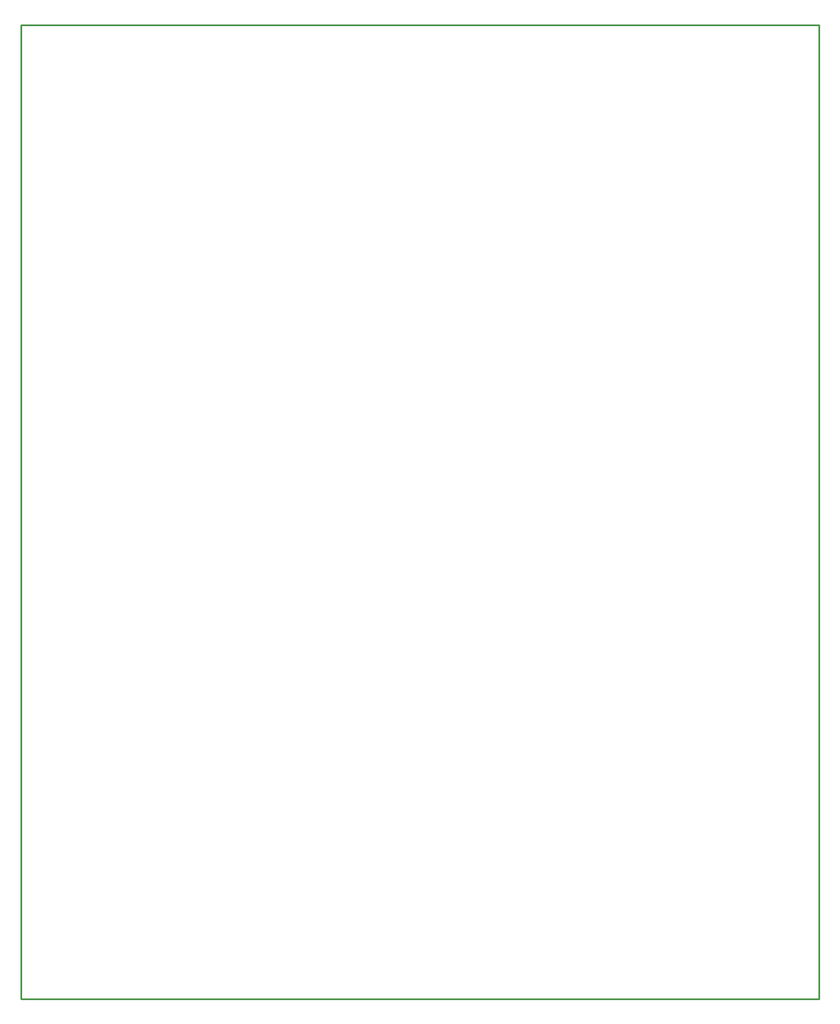
<source format=gm1>
G04 Layer_Color=16711935*
%FSLAX44Y44*%
%MOMM*%
G71*
G01*
G75*
%ADD23C,0.2540*%
D23*
X0Y1450000D02*
X1190000D01*
Y0D02*
Y1450000D01*
X0Y0D02*
X1190000D01*
X0D02*
Y1450000D01*
M02*

</source>
